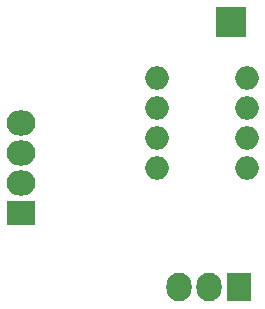
<source format=gbs>
G04 #@! TF.FileFunction,Soldermask,Bot*
%FSLAX46Y46*%
G04 Gerber Fmt 4.6, Leading zero omitted, Abs format (unit mm)*
G04 Created by KiCad (PCBNEW 4.0.1-stable) date 12/13/2016 10:54:52 PM*
%MOMM*%
G01*
G04 APERTURE LIST*
%ADD10C,0.100000*%
%ADD11R,2.432000X2.127200*%
%ADD12O,2.432000X2.127200*%
%ADD13R,2.127200X2.432000*%
%ADD14O,2.127200X2.432000*%
%ADD15R,2.635200X2.635200*%
%ADD16O,2.000000X2.000000*%
G04 APERTURE END LIST*
D10*
D11*
X129413000Y-117729000D03*
D12*
X129413000Y-115189000D03*
X129413000Y-112649000D03*
X129413000Y-110109000D03*
D13*
X147929600Y-124028200D03*
D14*
X145389600Y-124028200D03*
X142849600Y-124028200D03*
D15*
X147243800Y-101600000D03*
D16*
X140970000Y-106299000D03*
X140970000Y-108839000D03*
X140970000Y-111379000D03*
X140970000Y-113919000D03*
X148590000Y-113919000D03*
X148590000Y-111379000D03*
X148590000Y-108839000D03*
X148590000Y-106299000D03*
M02*

</source>
